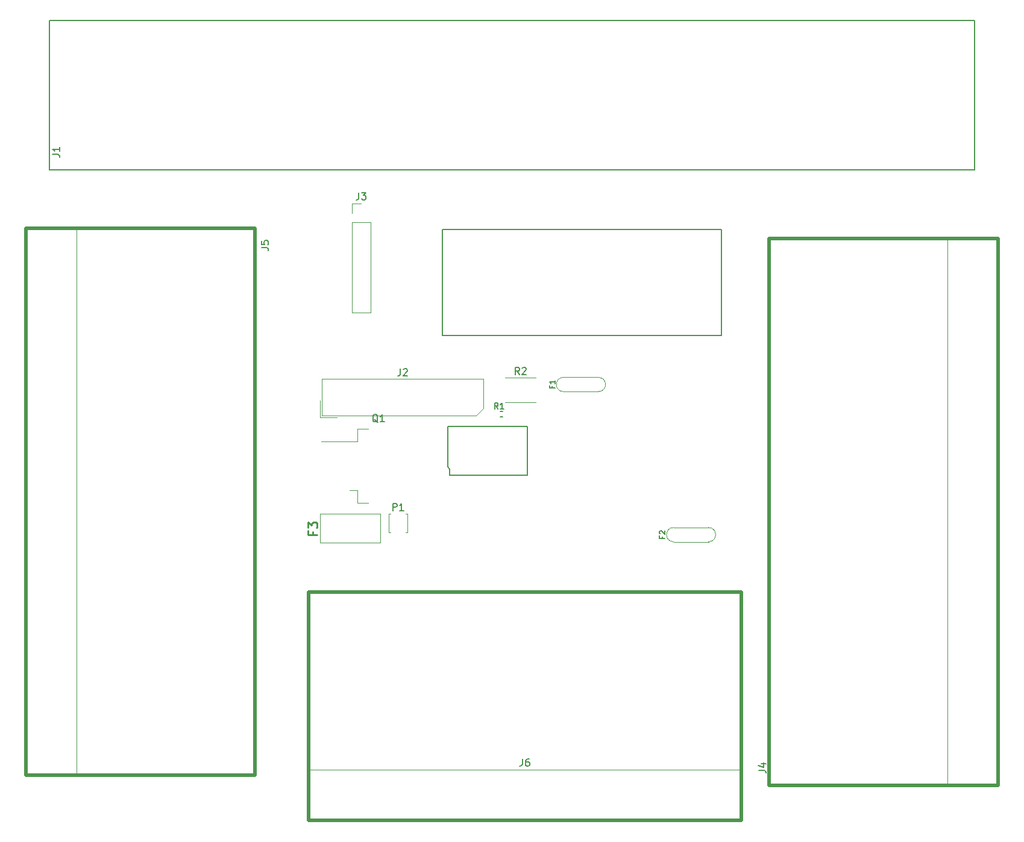
<source format=gto>
G04 #@! TF.GenerationSoftware,KiCad,Pcbnew,7.0.10-7.0.10~ubuntu22.04.1*
G04 #@! TF.CreationDate,2024-01-11T23:10:12+00:00*
G04 #@! TF.ProjectId,test123,74657374-3132-4332-9e6b-696361645f70,a*
G04 #@! TF.SameCoordinates,Original*
G04 #@! TF.FileFunction,Legend,Top*
G04 #@! TF.FilePolarity,Positive*
%FSLAX46Y46*%
G04 Gerber Fmt 4.6, Leading zero omitted, Abs format (unit mm)*
G04 Created by KiCad (PCBNEW 7.0.10-7.0.10~ubuntu22.04.1) date 2024-01-11 23:10:12*
%MOMM*%
%LPD*%
G01*
G04 APERTURE LIST*
%ADD10C,0.150000*%
%ADD11C,0.170000*%
%ADD12C,0.254000*%
%ADD13C,0.127000*%
%ADD14C,0.120000*%
%ADD15C,0.203200*%
%ADD16C,0.200000*%
%ADD17C,0.100000*%
%ADD18C,0.500000*%
G04 APERTURE END LIST*
D10*
X105960305Y78686781D02*
X105960305Y79686781D01*
X105960305Y79686781D02*
X106341257Y79686781D01*
X106341257Y79686781D02*
X106436495Y79639162D01*
X106436495Y79639162D02*
X106484114Y79591543D01*
X106484114Y79591543D02*
X106531733Y79496305D01*
X106531733Y79496305D02*
X106531733Y79353448D01*
X106531733Y79353448D02*
X106484114Y79258210D01*
X106484114Y79258210D02*
X106436495Y79210591D01*
X106436495Y79210591D02*
X106341257Y79162972D01*
X106341257Y79162972D02*
X105960305Y79162972D01*
X107484114Y78686781D02*
X106912686Y78686781D01*
X107198400Y78686781D02*
X107198400Y79686781D01*
X107198400Y79686781D02*
X107103162Y79543924D01*
X107103162Y79543924D02*
X107007924Y79448686D01*
X107007924Y79448686D02*
X106912686Y79401067D01*
D11*
X120748492Y92978020D02*
X120475159Y93368496D01*
X120279921Y92978020D02*
X120279921Y93798020D01*
X120279921Y93798020D02*
X120592302Y93798020D01*
X120592302Y93798020D02*
X120670397Y93758972D01*
X120670397Y93758972D02*
X120709444Y93719925D01*
X120709444Y93719925D02*
X120748492Y93641829D01*
X120748492Y93641829D02*
X120748492Y93524687D01*
X120748492Y93524687D02*
X120709444Y93446591D01*
X120709444Y93446591D02*
X120670397Y93407544D01*
X120670397Y93407544D02*
X120592302Y93368496D01*
X120592302Y93368496D02*
X120279921Y93368496D01*
X121529444Y92978020D02*
X121060873Y92978020D01*
X121295159Y92978020D02*
X121295159Y93798020D01*
X121295159Y93798020D02*
X121217063Y93680877D01*
X121217063Y93680877D02*
X121138968Y93602782D01*
X121138968Y93602782D02*
X121060873Y93563734D01*
D10*
X123736733Y97801781D02*
X123403400Y98277972D01*
X123165305Y97801781D02*
X123165305Y98801781D01*
X123165305Y98801781D02*
X123546257Y98801781D01*
X123546257Y98801781D02*
X123641495Y98754162D01*
X123641495Y98754162D02*
X123689114Y98706543D01*
X123689114Y98706543D02*
X123736733Y98611305D01*
X123736733Y98611305D02*
X123736733Y98468448D01*
X123736733Y98468448D02*
X123689114Y98373210D01*
X123689114Y98373210D02*
X123641495Y98325591D01*
X123641495Y98325591D02*
X123546257Y98277972D01*
X123546257Y98277972D02*
X123165305Y98277972D01*
X124117686Y98706543D02*
X124165305Y98754162D01*
X124165305Y98754162D02*
X124260543Y98801781D01*
X124260543Y98801781D02*
X124498638Y98801781D01*
X124498638Y98801781D02*
X124593876Y98754162D01*
X124593876Y98754162D02*
X124641495Y98706543D01*
X124641495Y98706543D02*
X124689114Y98611305D01*
X124689114Y98611305D02*
X124689114Y98516067D01*
X124689114Y98516067D02*
X124641495Y98373210D01*
X124641495Y98373210D02*
X124070067Y97801781D01*
X124070067Y97801781D02*
X124689114Y97801781D01*
X103858161Y91056543D02*
X103762923Y91104162D01*
X103762923Y91104162D02*
X103667685Y91199400D01*
X103667685Y91199400D02*
X103524828Y91342258D01*
X103524828Y91342258D02*
X103429590Y91389877D01*
X103429590Y91389877D02*
X103334352Y91389877D01*
X103381971Y91151781D02*
X103286733Y91199400D01*
X103286733Y91199400D02*
X103191495Y91294639D01*
X103191495Y91294639D02*
X103143876Y91485115D01*
X103143876Y91485115D02*
X103143876Y91818448D01*
X103143876Y91818448D02*
X103191495Y92008924D01*
X103191495Y92008924D02*
X103286733Y92104162D01*
X103286733Y92104162D02*
X103381971Y92151781D01*
X103381971Y92151781D02*
X103572447Y92151781D01*
X103572447Y92151781D02*
X103667685Y92104162D01*
X103667685Y92104162D02*
X103762923Y92008924D01*
X103762923Y92008924D02*
X103810542Y91818448D01*
X103810542Y91818448D02*
X103810542Y91485115D01*
X103810542Y91485115D02*
X103762923Y91294639D01*
X103762923Y91294639D02*
X103667685Y91199400D01*
X103667685Y91199400D02*
X103572447Y91151781D01*
X103572447Y91151781D02*
X103381971Y91151781D01*
X104762923Y91151781D02*
X104191495Y91151781D01*
X104477209Y91151781D02*
X104477209Y92151781D01*
X104477209Y92151781D02*
X104381971Y92008924D01*
X104381971Y92008924D02*
X104286733Y91913686D01*
X104286733Y91913686D02*
X104191495Y91866067D01*
X58154819Y128766667D02*
X58869104Y128766667D01*
X58869104Y128766667D02*
X59011961Y128719048D01*
X59011961Y128719048D02*
X59107200Y128623810D01*
X59107200Y128623810D02*
X59154819Y128480953D01*
X59154819Y128480953D02*
X59154819Y128385715D01*
X59154819Y129766667D02*
X59154819Y129195239D01*
X59154819Y129480953D02*
X58154819Y129480953D01*
X58154819Y129480953D02*
X58297676Y129385715D01*
X58297676Y129385715D02*
X58392914Y129290477D01*
X58392914Y129290477D02*
X58440533Y129195239D01*
X101190466Y123372781D02*
X101190466Y122658496D01*
X101190466Y122658496D02*
X101142847Y122515639D01*
X101142847Y122515639D02*
X101047609Y122420400D01*
X101047609Y122420400D02*
X100904752Y122372781D01*
X100904752Y122372781D02*
X100809514Y122372781D01*
X101571419Y123372781D02*
X102190466Y123372781D01*
X102190466Y123372781D02*
X101857133Y122991829D01*
X101857133Y122991829D02*
X101999990Y122991829D01*
X101999990Y122991829D02*
X102095228Y122944210D01*
X102095228Y122944210D02*
X102142847Y122896591D01*
X102142847Y122896591D02*
X102190466Y122801353D01*
X102190466Y122801353D02*
X102190466Y122563258D01*
X102190466Y122563258D02*
X102142847Y122468020D01*
X102142847Y122468020D02*
X102095228Y122420400D01*
X102095228Y122420400D02*
X101999990Y122372781D01*
X101999990Y122372781D02*
X101714276Y122372781D01*
X101714276Y122372781D02*
X101619038Y122420400D01*
X101619038Y122420400D02*
X101571419Y122468020D01*
D12*
X94677480Y75708268D02*
X94677480Y75284934D01*
X95342718Y75284934D02*
X94072718Y75284934D01*
X94072718Y75284934D02*
X94072718Y75889696D01*
X94072718Y76252553D02*
X94072718Y77038744D01*
X94072718Y77038744D02*
X94556527Y76615410D01*
X94556527Y76615410D02*
X94556527Y76796839D01*
X94556527Y76796839D02*
X94617003Y76917791D01*
X94617003Y76917791D02*
X94677480Y76978267D01*
X94677480Y76978267D02*
X94798432Y77038744D01*
X94798432Y77038744D02*
X95100813Y77038744D01*
X95100813Y77038744D02*
X95221765Y76978267D01*
X95221765Y76978267D02*
X95282242Y76917791D01*
X95282242Y76917791D02*
X95342718Y76796839D01*
X95342718Y76796839D02*
X95342718Y76433982D01*
X95342718Y76433982D02*
X95282242Y76313029D01*
X95282242Y76313029D02*
X95221765Y76252553D01*
D10*
X87480819Y115634667D02*
X88195104Y115634667D01*
X88195104Y115634667D02*
X88337961Y115587048D01*
X88337961Y115587048D02*
X88433200Y115491810D01*
X88433200Y115491810D02*
X88480819Y115348953D01*
X88480819Y115348953D02*
X88480819Y115253715D01*
X87480819Y116587048D02*
X87480819Y116110858D01*
X87480819Y116110858D02*
X87957009Y116063239D01*
X87957009Y116063239D02*
X87909390Y116110858D01*
X87909390Y116110858D02*
X87861771Y116206096D01*
X87861771Y116206096D02*
X87861771Y116444191D01*
X87861771Y116444191D02*
X87909390Y116539429D01*
X87909390Y116539429D02*
X87957009Y116587048D01*
X87957009Y116587048D02*
X88052247Y116634667D01*
X88052247Y116634667D02*
X88290342Y116634667D01*
X88290342Y116634667D02*
X88385580Y116587048D01*
X88385580Y116587048D02*
X88433200Y116539429D01*
X88433200Y116539429D02*
X88480819Y116444191D01*
X88480819Y116444191D02*
X88480819Y116206096D01*
X88480819Y116206096D02*
X88433200Y116110858D01*
X88433200Y116110858D02*
X88385580Y116063239D01*
X107000066Y98601781D02*
X107000066Y97887496D01*
X107000066Y97887496D02*
X106952447Y97744639D01*
X106952447Y97744639D02*
X106857209Y97649400D01*
X106857209Y97649400D02*
X106714352Y97601781D01*
X106714352Y97601781D02*
X106619114Y97601781D01*
X107428638Y98506543D02*
X107476257Y98554162D01*
X107476257Y98554162D02*
X107571495Y98601781D01*
X107571495Y98601781D02*
X107809590Y98601781D01*
X107809590Y98601781D02*
X107904828Y98554162D01*
X107904828Y98554162D02*
X107952447Y98506543D01*
X107952447Y98506543D02*
X108000066Y98411305D01*
X108000066Y98411305D02*
X108000066Y98316067D01*
X108000066Y98316067D02*
X107952447Y98173210D01*
X107952447Y98173210D02*
X107381019Y97601781D01*
X107381019Y97601781D02*
X108000066Y97601781D01*
X124166666Y43745181D02*
X124166666Y43030896D01*
X124166666Y43030896D02*
X124119047Y42888039D01*
X124119047Y42888039D02*
X124023809Y42792800D01*
X124023809Y42792800D02*
X123880952Y42745181D01*
X123880952Y42745181D02*
X123785714Y42745181D01*
X125071428Y43745181D02*
X124880952Y43745181D01*
X124880952Y43745181D02*
X124785714Y43697562D01*
X124785714Y43697562D02*
X124738095Y43649943D01*
X124738095Y43649943D02*
X124642857Y43507086D01*
X124642857Y43507086D02*
X124595238Y43316610D01*
X124595238Y43316610D02*
X124595238Y42935658D01*
X124595238Y42935658D02*
X124642857Y42840420D01*
X124642857Y42840420D02*
X124690476Y42792800D01*
X124690476Y42792800D02*
X124785714Y42745181D01*
X124785714Y42745181D02*
X124976190Y42745181D01*
X124976190Y42745181D02*
X125071428Y42792800D01*
X125071428Y42792800D02*
X125119047Y42840420D01*
X125119047Y42840420D02*
X125166666Y42935658D01*
X125166666Y42935658D02*
X125166666Y43173753D01*
X125166666Y43173753D02*
X125119047Y43268991D01*
X125119047Y43268991D02*
X125071428Y43316610D01*
X125071428Y43316610D02*
X124976190Y43364229D01*
X124976190Y43364229D02*
X124785714Y43364229D01*
X124785714Y43364229D02*
X124690476Y43316610D01*
X124690476Y43316610D02*
X124642857Y43268991D01*
X124642857Y43268991D02*
X124595238Y43173753D01*
X157354819Y42166667D02*
X158069104Y42166667D01*
X158069104Y42166667D02*
X158211961Y42119048D01*
X158211961Y42119048D02*
X158307200Y42023810D01*
X158307200Y42023810D02*
X158354819Y41880953D01*
X158354819Y41880953D02*
X158354819Y41785715D01*
X157688152Y43071429D02*
X158354819Y43071429D01*
X157307200Y42833334D02*
X158021485Y42595239D01*
X158021485Y42595239D02*
X158021485Y43214286D01*
D13*
X143800168Y75031601D02*
X143800168Y74777601D01*
X144199311Y74777601D02*
X143437311Y74777601D01*
X143437311Y74777601D02*
X143437311Y75140458D01*
X143509883Y75394458D02*
X143473597Y75430744D01*
X143473597Y75430744D02*
X143437311Y75503315D01*
X143437311Y75503315D02*
X143437311Y75684744D01*
X143437311Y75684744D02*
X143473597Y75757315D01*
X143473597Y75757315D02*
X143509883Y75793601D01*
X143509883Y75793601D02*
X143582454Y75829887D01*
X143582454Y75829887D02*
X143655026Y75829887D01*
X143655026Y75829887D02*
X143763883Y75793601D01*
X143763883Y75793601D02*
X144199311Y75358173D01*
X144199311Y75358173D02*
X144199311Y75829887D01*
X128325168Y96147601D02*
X128325168Y95893601D01*
X128724311Y95893601D02*
X127962311Y95893601D01*
X127962311Y95893601D02*
X127962311Y96256458D01*
X128724311Y96945887D02*
X128724311Y96510458D01*
X128724311Y96728173D02*
X127962311Y96728173D01*
X127962311Y96728173D02*
X128071168Y96655601D01*
X128071168Y96655601D02*
X128143740Y96583030D01*
X128143740Y96583030D02*
X128180026Y96510458D01*
D14*
G04 #@! TO.C,P1*
X105368400Y78221600D02*
X105368400Y75561600D01*
X105662862Y75561600D02*
X105368400Y75561600D01*
X105674027Y78221600D02*
X105368400Y78221600D01*
X107722773Y75561600D02*
X108028400Y75561600D01*
X107733938Y78221600D02*
X108028400Y78221600D01*
X108028400Y75561600D02*
X108028400Y78221600D01*
D15*
G04 #@! TO.C,R1*
X121007344Y91844165D02*
X121407343Y91844154D01*
X121008400Y92590000D02*
X121408400Y92589990D01*
D14*
G04 #@! TO.C,R2*
X121726336Y97346600D02*
X126080464Y97346600D01*
X121726336Y93926600D02*
X126080464Y93926600D01*
G04 #@! TO.C,Q1*
X101003400Y90156600D02*
X101003400Y88346600D01*
X101003400Y88346600D02*
X95878400Y88346600D01*
X101003400Y81566600D02*
X99903400Y81566600D01*
X101003400Y79756600D02*
X101003400Y81566600D01*
X102503400Y90156600D02*
X101003400Y90156600D01*
X102503400Y79756600D02*
X101003400Y79756600D01*
D16*
G04 #@! TO.C,M1*
X152110200Y118217400D02*
X112960200Y118217400D01*
X112960200Y118217400D02*
X112960200Y103317400D01*
X112960200Y103317400D02*
X152110200Y103317400D01*
X152110200Y103317400D02*
X152110200Y118217400D01*
G04 #@! TO.C,M2*
X113648397Y90492405D02*
X124823397Y90531252D01*
X113648397Y84794924D02*
X113648397Y90492405D01*
X113648397Y84794924D02*
X113923401Y84519920D01*
X113923401Y83644926D02*
X113923401Y84519920D01*
X113923401Y83644926D02*
X113923403Y83644923D01*
X113923403Y83644923D02*
X124823397Y83644923D01*
X124823397Y83644923D02*
X124823397Y90531252D01*
D10*
G04 #@! TO.C,J1*
X57700000Y147600000D02*
X187700000Y147600000D01*
X57700000Y126600000D02*
X57700000Y147600000D01*
X187700000Y147600000D02*
X187700000Y126600000D01*
X187700000Y126600000D02*
X57700000Y126600000D01*
D14*
G04 #@! TO.C,J3*
X100193800Y121827600D02*
X101523800Y121827600D01*
X100193800Y120497600D02*
X100193800Y121827600D01*
X100193800Y119227600D02*
X100193800Y106467600D01*
X100193800Y119227600D02*
X102853800Y119227600D01*
X100193800Y106467600D02*
X102853800Y106467600D01*
X102853800Y119227600D02*
X102853800Y106467600D01*
D17*
G04 #@! TO.C,F3*
X95708400Y78181600D02*
X104208400Y78181600D01*
X95708400Y74181600D02*
X95708400Y78181600D01*
X104208400Y78181600D02*
X104208400Y74181600D01*
X104208400Y74181600D02*
X95708400Y74181600D01*
D18*
G04 #@! TO.C,J5*
X86550000Y118350000D02*
X54450000Y118350000D01*
X86550000Y118350000D02*
X86550000Y41450000D01*
X54450000Y118350000D02*
X54450000Y41450000D01*
D14*
X61500000Y118254000D02*
X61500000Y41546000D01*
D18*
X86550000Y41450000D02*
X54450000Y41450000D01*
D14*
G04 #@! TO.C,J2*
X95723400Y94156600D02*
X95723400Y91746600D01*
X95723400Y91746600D02*
X98133400Y91746600D01*
X96023400Y97166600D02*
X96023400Y92046600D01*
X96023400Y92046600D02*
X117643400Y92046600D01*
X117643400Y92046600D02*
X118643400Y93046600D01*
X118643400Y97166600D02*
X96023400Y97166600D01*
X118643400Y93046600D02*
X118643400Y97166600D01*
G04 #@! TO.C,J6*
X94000000Y42200000D02*
X155000000Y42200000D01*
D18*
X94100000Y67250000D02*
X154900000Y67250000D01*
X94100000Y35150000D02*
X94100000Y67250000D01*
X154900000Y67250000D02*
X154900000Y35150000D01*
X154900000Y35150000D02*
X94100000Y35150000D01*
G04 #@! TO.C,J4*
X158850000Y40050000D02*
X190950000Y40050000D01*
X158850000Y40050000D02*
X158850000Y116950000D01*
X190950000Y40050000D02*
X190950000Y116950000D01*
D14*
X183900000Y40146000D02*
X183900000Y116854000D01*
D18*
X158850000Y116950000D02*
X190950000Y116950000D01*
D14*
G04 #@! TO.C,F2*
X145453400Y76285600D02*
X150303400Y76285600D01*
X145453400Y74285600D02*
X150303400Y74285600D01*
X145403400Y76285600D02*
G75*
G03*
X145403400Y74285600I0J-1000000D01*
G01*
X150303400Y74285600D02*
G75*
G03*
X150303400Y76285600I0J1000000D01*
G01*
G04 #@! TO.C,F1*
X129978400Y97401600D02*
X134828400Y97401600D01*
X129978400Y95401600D02*
X134828400Y95401600D01*
X129928400Y97401600D02*
G75*
G03*
X129928400Y95401600I0J-1000000D01*
G01*
X134828400Y95401600D02*
G75*
G03*
X134828400Y97401600I0J1000000D01*
G01*
G04 #@! TD*
M02*

</source>
